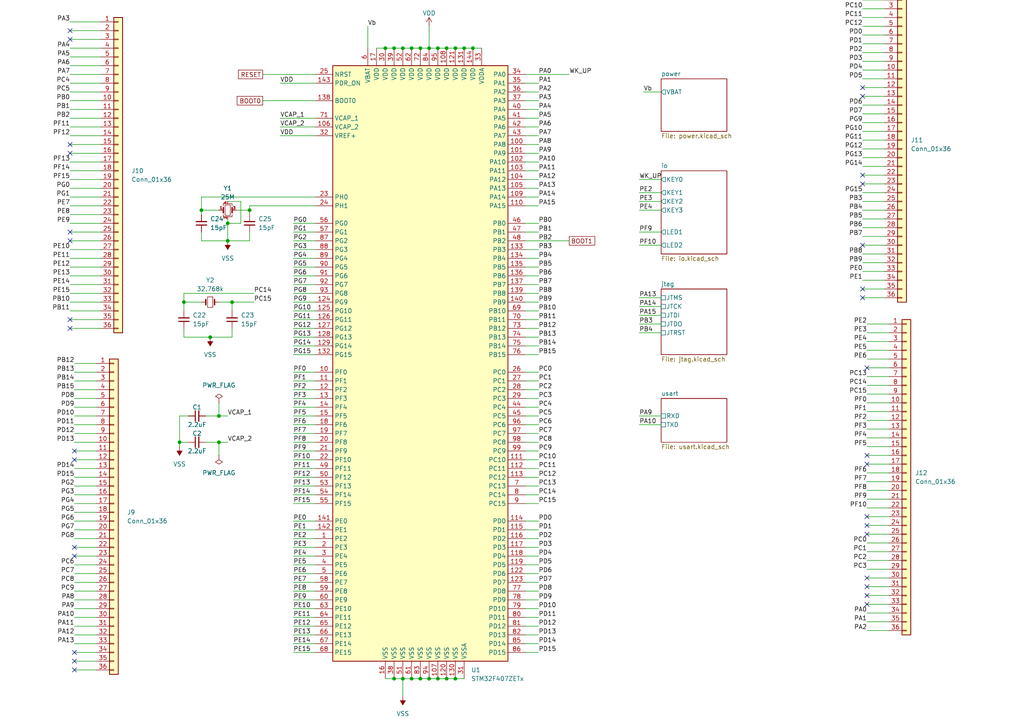
<source format=kicad_sch>
(kicad_sch (version 20211123) (generator eeschema)
  (paper "A4")
  (lib_symbols
    (symbol "Connector_Generic:Conn_01x36" (pin_names (offset 1.016) hide)
      (property "Reference" "J" (at 0 45.72 0))
      (property "Value" "Conn_01x36" (at 0 -48.26 0))
      (symbol "Conn_01x36_1_1"
        (pin passive line (at -5.08 43.18 0) (length 3.81) (name "Pin_1") (number "1"))
        (pin passive line (at -5.08 20.32 0) (length 3.81) (name "Pin_10") (number "10"))
        (pin passive line (at -5.08 17.78 0) (length 3.81) (name "Pin_11") (number "11"))
        (pin passive line (at -5.08 15.24 0) (length 3.81) (name "Pin_12") (number "12"))
        (pin passive line (at -5.08 12.7 0) (length 3.81) (name "Pin_13") (number "13"))
        (pin passive line (at -5.08 10.16 0) (length 3.81) (name "Pin_14") (number "14"))
        (pin passive line (at -5.08 7.62 0) (length 3.81) (name "Pin_15") (number "15"))
        (pin passive line (at -5.08 5.08 0) (length 3.81) (name "Pin_16") (number "16"))
        (pin passive line (at -5.08 2.54 0) (length 3.81) (name "Pin_17") (number "17"))
        (pin passive line (at -5.08 0 0) (length 3.81) (name "Pin_18") (number "18"))
        (pin passive line (at -5.08 -2.54 0) (length 3.81) (name "Pin_19") (number "19"))
        (pin passive line (at -5.08 40.64 0) (length 3.81) (name "Pin_2") (number "2"))
        (pin passive line (at -5.08 -5.08 0) (length 3.81) (name "Pin_20") (number "20"))
        (pin passive line (at -5.08 -7.62 0) (length 3.81) (name "Pin_21") (number "21"))
        (pin passive line (at -5.08 -10.16 0) (length 3.81) (name "Pin_22") (number "22"))
        (pin passive line (at -5.08 -12.7 0) (length 3.81) (name "Pin_23") (number "23"))
        (pin passive line (at -5.08 -15.24 0) (length 3.81) (name "Pin_24") (number "24"))
        (pin passive line (at -5.08 -17.78 0) (length 3.81) (name "Pin_25") (number "25"))
        (pin passive line (at -5.08 -20.32 0) (length 3.81) (name "Pin_26") (number "26"))
        (pin passive line (at -5.08 -22.86 0) (length 3.81) (name "Pin_27") (number "27"))
        (pin passive line (at -5.08 -25.4 0) (length 3.81) (name "Pin_28") (number "28"))
        (pin passive line (at -5.08 -27.94 0) (length 3.81) (name "Pin_29") (number "29"))
        (pin passive line (at -5.08 38.1 0) (length 3.81) (name "Pin_3") (number "3"))
        (pin passive line (at -5.08 -30.48 0) (length 3.81) (name "Pin_30") (number "30"))
        (pin passive line (at -5.08 -33.02 0) (length 3.81) (name "Pin_31") (number "31"))
        (pin passive line (at -5.08 -35.56 0) (length 3.81) (name "Pin_32") (number "32"))
        (pin passive line (at -5.08 -38.1 0) (length 3.81) (name "Pin_33") (number "33"))
        (pin passive line (at -5.08 -40.64 0) (length 3.81) (name "Pin_34") (number "34"))
        (pin passive line (at -5.08 -43.18 0) (length 3.81) (name "Pin_35") (number "35"))
        (pin passive line (at -5.08 -45.72 0) (length 3.81) (name "Pin_36") (number "36"))
        (pin passive line (at -5.08 35.56 0) (length 3.81) (name "Pin_4") (number "4"))
        (pin passive line (at -5.08 33.02 0) (length 3.81) (name "Pin_5") (number "5"))
        (pin passive line (at -5.08 30.48 0) (length 3.81) (name "Pin_6") (number "6"))
        (pin passive line (at -5.08 27.94 0) (length 3.81) (name "Pin_7") (number "7"))
        (pin passive line (at -5.08 25.4 0) (length 3.81) (name "Pin_8") (number "8"))
        (pin passive line (at -5.08 22.86 0) (length 3.81) (name "Pin_9") (number "9"))
      )
    )
    (symbol "Device:C_Small" (pin_numbers hide) (pin_names (offset 0.254) hide)
      (property "Reference" "C" (at 0.254 1.778 0))
      (property "Value" "C_Small" (at 0.254 -2.032 0))
      (symbol "C_Small_1_1"
        (pin passive line (at 0 2.54 270) (length 2.032) (name "~") (number "1"))
        (pin passive line (at 0 -2.54 90) (length 2.032) (name "~") (number "2"))
      )
    )
    (symbol "Device:Crystal_GND24_Small" (pin_names (offset 1.016) hide)
      (property "Reference" "Y" (at 1.27 4.445 0))
      (property "Value" "Crystal_GND24_Small" (at 1.27 2.54 0))
      (symbol "Crystal_GND24_Small_1_1"
        (pin passive line (at -2.54 0 0) (length 1.27) (name "1") (number "1"))
        (pin passive line (at 0 -2.54 90) (length 0.635) (name "2") (number "2"))
        (pin passive line (at 2.54 0 180) (length 1.27) (name "3") (number "3"))
        (pin passive line (at 0 2.54 270) (length 0.635) (name "4") (number "4"))
      )
    )
    (symbol "Device:Crystal_Small" (pin_numbers hide) (pin_names (offset 1.016) hide)
      (property "Reference" "Y" (at 0 2.54 0))
      (property "Value" "Crystal_Small" (at 0 -2.54 0))
      (symbol "Crystal_Small_1_1"
        (pin passive line (at -2.54 0 0) (length 1.27) (name "1") (number "1"))
        (pin passive line (at 2.54 0 180) (length 1.27) (name "2") (number "2"))
      )
    )
    (symbol "MCU_ST_STM32F4:STM32F407ZETx"
      (property "Reference" "U" (at -25.4 87.63 0))
      (property "Value" "STM32F407ZETx" (at 20.32 87.63 0))
      (symbol "STM32F407ZETx_1_1"
        (pin bidirectional line (at -30.48 -50.8 0) (length 5.08) (name "PE2") (number "1"))
        (pin bidirectional line (at -30.48 -2.54 0) (length 5.08) (name "PF0") (number "10"))
        (pin bidirectional line (at 30.48 63.5 180) (length 5.08) (name "PA8") (number "100"))
        (pin bidirectional line (at 30.48 60.96 180) (length 5.08) (name "PA9") (number "101"))
        (pin bidirectional line (at 30.48 58.42 180) (length 5.08) (name "PA10") (number "102"))
        (pin bidirectional line (at 30.48 55.88 180) (length 5.08) (name "PA11") (number "103"))
        (pin bidirectional line (at 30.48 53.34 180) (length 5.08) (name "PA12") (number "104"))
        (pin bidirectional line (at 30.48 50.8 180) (length 5.08) (name "PA13") (number "105"))
        (pin power_in line (at -30.48 68.58 0) (length 5.08) (name "VCAP_2") (number "106"))
        (pin power_in line (at 5.08 -91.44 90) (length 5.08) (name "VSS") (number "107"))
        (pin power_in line (at 7.62 91.44 270) (length 5.08) (name "VDD") (number "108"))
        (pin bidirectional line (at 30.48 48.26 180) (length 5.08) (name "PA14") (number "109"))
        (pin bidirectional line (at -30.48 -5.08 0) (length 5.08) (name "PF1") (number "11"))
        (pin bidirectional line (at 30.48 45.72 180) (length 5.08) (name "PA15") (number "110"))
        (pin bidirectional line (at 30.48 -27.94 180) (length 5.08) (name "PC10") (number "111"))
        (pin bidirectional line (at 30.48 -30.48 180) (length 5.08) (name "PC11") (number "112"))
        (pin bidirectional line (at 30.48 -33.02 180) (length 5.08) (name "PC12") (number "113"))
        (pin bidirectional line (at 30.48 -45.72 180) (length 5.08) (name "PD0") (number "114"))
        (pin bidirectional line (at 30.48 -48.26 180) (length 5.08) (name "PD1") (number "115"))
        (pin bidirectional line (at 30.48 -50.8 180) (length 5.08) (name "PD2") (number "116"))
        (pin bidirectional line (at 30.48 -53.34 180) (length 5.08) (name "PD3") (number "117"))
        (pin bidirectional line (at 30.48 -55.88 180) (length 5.08) (name "PD4") (number "118"))
        (pin bidirectional line (at 30.48 -58.42 180) (length 5.08) (name "PD5") (number "119"))
        (pin bidirectional line (at -30.48 -7.62 0) (length 5.08) (name "PF2") (number "12"))
        (pin power_in line (at 7.62 -91.44 90) (length 5.08) (name "VSS") (number "120"))
        (pin power_in line (at 10.16 91.44 270) (length 5.08) (name "VDD") (number "121"))
        (pin bidirectional line (at 30.48 -60.96 180) (length 5.08) (name "PD6") (number "122"))
        (pin bidirectional line (at 30.48 -63.5 180) (length 5.08) (name "PD7") (number "123"))
        (pin bidirectional line (at -30.48 17.78 0) (length 5.08) (name "PG9") (number "124"))
        (pin bidirectional line (at -30.48 15.24 0) (length 5.08) (name "PG10") (number "125"))
        (pin bidirectional line (at -30.48 12.7 0) (length 5.08) (name "PG11") (number "126"))
        (pin bidirectional line (at -30.48 10.16 0) (length 5.08) (name "PG12") (number "127"))
        (pin bidirectional line (at -30.48 7.62 0) (length 5.08) (name "PG13") (number "128"))
        (pin bidirectional line (at -30.48 5.08 0) (length 5.08) (name "PG14") (number "129"))
        (pin bidirectional line (at -30.48 -10.16 0) (length 5.08) (name "PF3") (number "13"))
        (pin power_in line (at 10.16 -91.44 90) (length 5.08) (name "VSS") (number "130"))
        (pin power_in line (at 12.7 91.44 270) (length 5.08) (name "VDD") (number "131"))
        (pin bidirectional line (at -30.48 2.54 0) (length 5.08) (name "PG15") (number "132"))
        (pin bidirectional line (at 30.48 33.02 180) (length 5.08) (name "PB3") (number "133"))
        (pin bidirectional line (at 30.48 30.48 180) (length 5.08) (name "PB4") (number "134"))
        (pin bidirectional line (at 30.48 27.94 180) (length 5.08) (name "PB5") (number "135"))
        (pin bidirectional line (at 30.48 25.4 180) (length 5.08) (name "PB6") (number "136"))
        (pin bidirectional line (at 30.48 22.86 180) (length 5.08) (name "PB7") (number "137"))
        (pin input line (at -30.48 76.2 0) (length 5.08) (name "BOOT0") (number "138"))
        (pin bidirectional line (at 30.48 20.32 180) (length 5.08) (name "PB8") (number "139"))
        (pin bidirectional line (at -30.48 -12.7 0) (length 5.08) (name "PF4") (number "14"))
        (pin bidirectional line (at 30.48 17.78 180) (length 5.08) (name "PB9") (number "140"))
        (pin bidirectional line (at -30.48 -45.72 0) (length 5.08) (name "PE0") (number "141"))
        (pin bidirectional line (at -30.48 -48.26 0) (length 5.08) (name "PE1") (number "142"))
        (pin input line (at -30.48 81.28 0) (length 5.08) (name "PDR_ON") (number "143"))
        (pin power_in line (at 15.24 91.44 270) (length 5.08) (name "VDD") (number "144"))
        (pin bidirectional line (at -30.48 -15.24 0) (length 5.08) (name "PF5") (number "15"))
        (pin power_in line (at -10.16 -91.44 90) (length 5.08) (name "VSS") (number "16"))
        (pin power_in line (at -12.7 91.44 270) (length 5.08) (name "VDD") (number "17"))
        (pin bidirectional line (at -30.48 -17.78 0) (length 5.08) (name "PF6") (number "18"))
        (pin bidirectional line (at -30.48 -20.32 0) (length 5.08) (name "PF7") (number "19"))
        (pin bidirectional line (at -30.48 -53.34 0) (length 5.08) (name "PE3") (number "2"))
        (pin bidirectional line (at -30.48 -22.86 0) (length 5.08) (name "PF8") (number "20"))
        (pin bidirectional line (at -30.48 -25.4 0) (length 5.08) (name "PF9") (number "21"))
        (pin bidirectional line (at -30.48 -27.94 0) (length 5.08) (name "PF10") (number "22"))
        (pin input line (at -30.48 48.26 0) (length 5.08) (name "PH0") (number "23"))
        (pin input line (at -30.48 45.72 0) (length 5.08) (name "PH1") (number "24"))
        (pin input line (at -30.48 83.82 0) (length 5.08) (name "NRST") (number "25"))
        (pin bidirectional line (at 30.48 -2.54 180) (length 5.08) (name "PC0") (number "26"))
        (pin bidirectional line (at 30.48 -5.08 180) (length 5.08) (name "PC1") (number "27"))
        (pin bidirectional line (at 30.48 -7.62 180) (length 5.08) (name "PC2") (number "28"))
        (pin bidirectional line (at 30.48 -10.16 180) (length 5.08) (name "PC3") (number "29"))
        (pin bidirectional line (at -30.48 -55.88 0) (length 5.08) (name "PE4") (number "3"))
        (pin power_in line (at -10.16 91.44 270) (length 5.08) (name "VDD") (number "30"))
        (pin power_in line (at 12.7 -91.44 90) (length 5.08) (name "VSSA") (number "31"))
        (pin power_in line (at -30.48 66.04 0) (length 5.08) (name "VREF+") (number "32"))
        (pin power_in line (at 17.78 91.44 270) (length 5.08) (name "VDDA") (number "33"))
        (pin bidirectional line (at 30.48 83.82 180) (length 5.08) (name "PA0") (number "34"))
        (pin bidirectional line (at 30.48 81.28 180) (length 5.08) (name "PA1") (number "35"))
        (pin bidirectional line (at 30.48 78.74 180) (length 5.08) (name "PA2") (number "36"))
        (pin bidirectional line (at 30.48 76.2 180) (length 5.08) (name "PA3") (number "37"))
        (pin power_in line (at -7.62 -91.44 90) (length 5.08) (name "VSS") (number "38"))
        (pin power_in line (at -7.62 91.44 270) (length 5.08) (name "VDD") (number "39"))
        (pin bidirectional line (at -30.48 -58.42 0) (length 5.08) (name "PE5") (number "4"))
        (pin bidirectional line (at 30.48 73.66 180) (length 5.08) (name "PA4") (number "40"))
        (pin bidirectional line (at 30.48 71.12 180) (length 5.08) (name "PA5") (number "41"))
        (pin bidirectional line (at 30.48 68.58 180) (length 5.08) (name "PA6") (number "42"))
        (pin bidirectional line (at 30.48 66.04 180) (length 5.08) (name "PA7") (number "43"))
        (pin bidirectional line (at 30.48 -12.7 180) (length 5.08) (name "PC4") (number "44"))
        (pin bidirectional line (at 30.48 -15.24 180) (length 5.08) (name "PC5") (number "45"))
        (pin bidirectional line (at 30.48 40.64 180) (length 5.08) (name "PB0") (number "46"))
        (pin bidirectional line (at 30.48 38.1 180) (length 5.08) (name "PB1") (number "47"))
        (pin bidirectional line (at 30.48 35.56 180) (length 5.08) (name "PB2") (number "48"))
        (pin bidirectional line (at -30.48 -30.48 0) (length 5.08) (name "PF11") (number "49"))
        (pin bidirectional line (at -30.48 -60.96 0) (length 5.08) (name "PE6") (number "5"))
        (pin bidirectional line (at -30.48 -33.02 0) (length 5.08) (name "PF12") (number "50"))
        (pin power_in line (at -5.08 -91.44 90) (length 5.08) (name "VSS") (number "51"))
        (pin power_in line (at -5.08 91.44 270) (length 5.08) (name "VDD") (number "52"))
        (pin bidirectional line (at -30.48 -35.56 0) (length 5.08) (name "PF13") (number "53"))
        (pin bidirectional line (at -30.48 -38.1 0) (length 5.08) (name "PF14") (number "54"))
        (pin bidirectional line (at -30.48 -40.64 0) (length 5.08) (name "PF15") (number "55"))
        (pin bidirectional line (at -30.48 40.64 0) (length 5.08) (name "PG0") (number "56"))
        (pin bidirectional line (at -30.48 38.1 0) (length 5.08) (name "PG1") (number "57"))
        (pin bidirectional line (at -30.48 -63.5 0) (length 5.08) (name "PE7") (number "58"))
        (pin bidirectional line (at -30.48 -66.04 0) (length 5.08) (name "PE8") (number "59"))
        (pin power_in line (at -15.24 91.44 270) (length 5.08) (name "VBAT") (number "6"))
        (pin bidirectional line (at -30.48 -68.58 0) (length 5.08) (name "PE9") (number "60"))
        (pin power_in line (at -2.54 -91.44 90) (length 5.08) (name "VSS") (number "61"))
        (pin power_in line (at -2.54 91.44 270) (length 5.08) (name "VDD") (number "62"))
        (pin bidirectional line (at -30.48 -71.12 0) (length 5.08) (name "PE10") (number "63"))
        (pin bidirectional line (at -30.48 -73.66 0) (length 5.08) (name "PE11") (number "64"))
        (pin bidirectional line (at -30.48 -76.2 0) (length 5.08) (name "PE12") (number "65"))
        (pin bidirectional line (at -30.48 -78.74 0) (length 5.08) (name "PE13") (number "66"))
        (pin bidirectional line (at -30.48 -81.28 0) (length 5.08) (name "PE14") (number "67"))
        (pin bidirectional line (at -30.48 -83.82 0) (length 5.08) (name "PE15") (number "68"))
        (pin bidirectional line (at 30.48 15.24 180) (length 5.08) (name "PB10") (number "69"))
        (pin bidirectional line (at 30.48 -35.56 180) (length 5.08) (name "PC13") (number "7"))
        (pin bidirectional line (at 30.48 12.7 180) (length 5.08) (name "PB11") (number "70"))
        (pin power_in line (at -30.48 71.12 0) (length 5.08) (name "VCAP_1") (number "71"))
        (pin power_in line (at 0 91.44 270) (length 5.08) (name "VDD") (number "72"))
        (pin bidirectional line (at 30.48 10.16 180) (length 5.08) (name "PB12") (number "73"))
        (pin bidirectional line (at 30.48 7.62 180) (length 5.08) (name "PB13") (number "74"))
        (pin bidirectional line (at 30.48 5.08 180) (length 5.08) (name "PB14") (number "75"))
        (pin bidirectional line (at 30.48 2.54 180) (length 5.08) (name "PB15") (number "76"))
        (pin bidirectional line (at 30.48 -66.04 180) (length 5.08) (name "PD8") (number "77"))
        (pin bidirectional line (at 30.48 -68.58 180) (length 5.08) (name "PD9") (number "78"))
        (pin bidirectional line (at 30.48 -71.12 180) (length 5.08) (name "PD10") (number "79"))
        (pin bidirectional line (at 30.48 -38.1 180) (length 5.08) (name "PC14") (number "8"))
        (pin bidirectional line (at 30.48 -73.66 180) (length 5.08) (name "PD11") (number "80"))
        (pin bidirectional line (at 30.48 -76.2 180) (length 5.08) (name "PD12") (number "81"))
        (pin bidirectional line (at 30.48 -78.74 180) (length 5.08) (name "PD13") (number "82"))
        (pin power_in line (at 0 -91.44 90) (length 5.08) (name "VSS") (number "83"))
        (pin power_in line (at 2.54 91.44 270) (length 5.08) (name "VDD") (number "84"))
        (pin bidirectional line (at 30.48 -81.28 180) (length 5.08) (name "PD14") (number "85"))
        (pin bidirectional line (at 30.48 -83.82 180) (length 5.08) (name "PD15") (number "86"))
        (pin bidirectional line (at -30.48 35.56 0) (length 5.08) (name "PG2") (number "87"))
        (pin bidirectional line (at -30.48 33.02 0) (length 5.08) (name "PG3") (number "88"))
        (pin bidirectional line (at -30.48 30.48 0) (length 5.08) (name "PG4") (number "89"))
        (pin bidirectional line (at 30.48 -40.64 180) (length 5.08) (name "PC15") (number "9"))
        (pin bidirectional line (at -30.48 27.94 0) (length 5.08) (name "PG5") (number "90"))
        (pin bidirectional line (at -30.48 25.4 0) (length 5.08) (name "PG6") (number "91"))
        (pin bidirectional line (at -30.48 22.86 0) (length 5.08) (name "PG7") (number "92"))
        (pin bidirectional line (at -30.48 20.32 0) (length 5.08) (name "PG8") (number "93"))
        (pin power_in line (at 2.54 -91.44 90) (length 5.08) (name "VSS") (number "94"))
        (pin power_in line (at 5.08 91.44 270) (length 5.08) (name "VDD") (number "95"))
        (pin bidirectional line (at 30.48 -17.78 180) (length 5.08) (name "PC6") (number "96"))
        (pin bidirectional line (at 30.48 -20.32 180) (length 5.08) (name "PC7") (number "97"))
        (pin bidirectional line (at 30.48 -22.86 180) (length 5.08) (name "PC8") (number "98"))
        (pin bidirectional line (at 30.48 -25.4 180) (length 5.08) (name "PC9") (number "99"))
      )
    )
    (symbol "power:PWR_FLAG" (power) (pin_numbers hide) (pin_names (offset 0) hide)
      (property "Value" "PWR_FLAG" (at 0 3.81 0))
      (symbol "PWR_FLAG_0_0"
        (pin power_out line (at 0 0 90) (length 0) (name "pwr") (number "1"))
      )
    )
    (symbol "power:VDD" (power) (pin_names (offset 0))
      (property "Value" "VDD" (at 0 3.81 0))
      (symbol "VDD_1_1"
        (pin power_in line (at 0 0 90) (length 0) hide (name "VDD") (number "1"))
      )
    )
    (symbol "power:VSS" (power) (pin_names (offset 0))
      (property "Value" "VSS" (at 0 3.81 0))
      (symbol "VSS_1_1"
        (pin power_in line (at 0 0 90) (length 0) hide (name "VSS") (number "1"))
      )
    )
  )
  (junction (at 129.54 196.85))
  (junction (at 116.84 196.85))
  (junction (at 132.08 13.97))
  (junction (at 114.3 196.85))
  (junction (at 58.42 60.96))
  (junction (at 53.34 87.63))
  (junction (at 63.5 128.27))
  (junction (at 134.62 13.97))
  (junction (at 67.31 87.63))
  (junction (at 121.92 13.97))
  (junction (at 124.46 196.85))
  (junction (at 60.96 97.79))
  (junction (at 66.04 64.77))
  (junction (at 137.16 13.97))
  (junction (at 66.04 69.85))
  (junction (at 52.07 128.27))
  (junction (at 124.46 13.97))
  (junction (at 129.54 13.97))
  (junction (at 121.92 196.85))
  (junction (at 132.08 196.85))
  (junction (at 127 13.97))
  (junction (at 72.39 60.96))
  (junction (at 119.38 196.85))
  (junction (at 119.38 13.97))
  (junction (at 116.84 13.97))
  (junction (at 63.5 120.65))
  (junction (at 111.76 13.97))
  (junction (at 114.3 13.97))
  (junction (at 127 196.85))
  (no_connect (at 20.32 11.43))
  (no_connect (at 21.59 161.29))
  (no_connect (at 20.32 8.89))
  (no_connect (at 20.32 69.85))
  (no_connect (at 20.32 67.31))
  (no_connect (at 21.59 158.75))
  (no_connect (at 251.46 106.68))
  (no_connect (at 251.46 132.08))
  (no_connect (at 251.46 134.62))
  (no_connect (at 20.32 41.91))
  (no_connect (at 21.59 191.77))
  (no_connect (at 21.59 194.31))
  (no_connect (at 250.19 27.94))
  (no_connect (at 250.19 25.4))
  (no_connect (at 20.32 44.45))
  (no_connect (at 20.32 95.25))
  (no_connect (at 20.32 92.71))
  (no_connect (at 250.19 86.36))
  (no_connect (at 250.19 71.12))
  (no_connect (at 250.19 50.8))
  (no_connect (at 250.19 53.34))
  (no_connect (at 250.19 83.82))
  (no_connect (at 251.46 154.94))
  (no_connect (at 251.46 175.26))
  (no_connect (at 251.46 172.72))
  (no_connect (at 251.46 170.18))
  (no_connect (at 251.46 167.64))
  (no_connect (at 251.46 152.4))
  (no_connect (at 251.46 149.86))
  (no_connect (at 21.59 133.35))
  (no_connect (at 21.59 130.81))
  (no_connect (at 21.59 189.23))
  (wire (pts (xy 21.59 107.95) (xy 27.94 107.95)))
  (wire (pts (xy 250.19 68.58) (xy 256.54 68.58)))
  (wire (pts (xy 152.4 29.21) (xy 156.21 29.21)))
  (wire (pts (xy 21.59 148.59) (xy 27.94 148.59)))
  (wire (pts (xy 152.4 36.83) (xy 156.21 36.83)))
  (wire (pts (xy 20.32 57.15) (xy 29.21 57.15)))
  (wire (pts (xy 152.4 69.85) (xy 165.1 69.85)))
  (wire (pts (xy 85.09 179.07) (xy 91.44 179.07)))
  (wire (pts (xy 85.09 85.09) (xy 91.44 85.09)))
  (wire (pts (xy 53.34 87.63) (xy 53.34 90.17)))
  (wire (pts (xy 127 13.97) (xy 129.54 13.97)))
  (wire (pts (xy 85.09 69.85) (xy 91.44 69.85)))
  (wire (pts (xy 81.28 34.29) (xy 91.44 34.29)))
  (wire (pts (xy 63.5 128.27) (xy 66.04 128.27)))
  (wire (pts (xy 185.42 55.88) (xy 191.77 55.88)))
  (wire (pts (xy 21.59 153.67) (xy 27.94 153.67)))
  (wire (pts (xy 85.09 168.91) (xy 91.44 168.91)))
  (wire (pts (xy 152.4 34.29) (xy 156.21 34.29)))
  (wire (pts (xy 85.09 80.01) (xy 91.44 80.01)))
  (wire (pts (xy 152.4 113.03) (xy 156.21 113.03)))
  (wire (pts (xy 251.46 106.68) (xy 257.81 106.68)))
  (wire (pts (xy 85.09 163.83) (xy 91.44 163.83)))
  (wire (pts (xy 20.32 52.07) (xy 29.21 52.07)))
  (wire (pts (xy 152.4 158.75) (xy 156.21 158.75)))
  (wire (pts (xy 21.59 166.37) (xy 27.94 166.37)))
  (wire (pts (xy 250.19 48.26) (xy 256.54 48.26)))
  (wire (pts (xy 21.59 128.27) (xy 27.94 128.27)))
  (wire (pts (xy 251.46 132.08) (xy 257.81 132.08)))
  (wire (pts (xy 20.32 64.77) (xy 29.21 64.77)))
  (wire (pts (xy 152.4 52.07) (xy 156.21 52.07)))
  (wire (pts (xy 250.19 33.02) (xy 256.54 33.02)))
  (wire (pts (xy 152.4 171.45) (xy 156.21 171.45)))
  (wire (pts (xy 124.46 196.85) (xy 127 196.85)))
  (wire (pts (xy 63.5 120.65) (xy 66.04 120.65)))
  (wire (pts (xy 111.76 13.97) (xy 114.3 13.97)))
  (wire (pts (xy 109.22 13.97) (xy 111.76 13.97)))
  (wire (pts (xy 20.32 8.89) (xy 29.21 8.89)))
  (wire (pts (xy 250.19 25.4) (xy 256.54 25.4)))
  (wire (pts (xy 72.39 62.23) (xy 72.39 60.96)))
  (wire (pts (xy 21.59 125.73) (xy 27.94 125.73)))
  (wire (pts (xy 152.4 140.97) (xy 156.21 140.97)))
  (wire (pts (xy 85.09 173.99) (xy 91.44 173.99)))
  (wire (pts (xy 152.4 115.57) (xy 156.21 115.57)))
  (wire (pts (xy 114.3 13.97) (xy 116.84 13.97)))
  (wire (pts (xy 186.69 26.67) (xy 191.77 26.67)))
  (wire (pts (xy 85.09 102.87) (xy 91.44 102.87)))
  (wire (pts (xy 121.92 13.97) (xy 124.46 13.97)))
  (wire (pts (xy 21.59 184.15) (xy 27.94 184.15)))
  (wire (pts (xy 21.59 161.29) (xy 27.94 161.29)))
  (wire (pts (xy 251.46 152.4) (xy 257.81 152.4)))
  (wire (pts (xy 106.68 7.62) (xy 106.68 13.97)))
  (wire (pts (xy 250.19 2.54) (xy 256.54 2.54)))
  (wire (pts (xy 67.31 87.63) (xy 73.66 87.63)))
  (wire (pts (xy 152.4 123.19) (xy 156.21 123.19)))
  (wire (pts (xy 63.5 128.27) (xy 63.5 132.08)))
  (wire (pts (xy 21.59 181.61) (xy 27.94 181.61)))
  (wire (pts (xy 20.32 36.83) (xy 29.21 36.83)))
  (wire (pts (xy 21.59 105.41) (xy 27.94 105.41)))
  (wire (pts (xy 20.32 49.53) (xy 29.21 49.53)))
  (wire (pts (xy 85.09 125.73) (xy 91.44 125.73)))
  (wire (pts (xy 21.59 118.11) (xy 27.94 118.11)))
  (wire (pts (xy 250.19 17.78) (xy 256.54 17.78)))
  (wire (pts (xy 21.59 191.77) (xy 27.94 191.77)))
  (wire (pts (xy 20.32 6.35) (xy 29.21 6.35)))
  (wire (pts (xy 85.09 130.81) (xy 91.44 130.81)))
  (wire (pts (xy 250.19 20.32) (xy 256.54 20.32)))
  (wire (pts (xy 85.09 128.27) (xy 91.44 128.27)))
  (wire (pts (xy 85.09 143.51) (xy 91.44 143.51)))
  (wire (pts (xy 85.09 138.43) (xy 91.44 138.43)))
  (wire (pts (xy 85.09 90.17) (xy 91.44 90.17)))
  (wire (pts (xy 152.4 146.05) (xy 156.21 146.05)))
  (wire (pts (xy 20.32 85.09) (xy 29.21 85.09)))
  (wire (pts (xy 21.59 135.89) (xy 27.94 135.89)))
  (wire (pts (xy 20.32 13.97) (xy 29.21 13.97)))
  (wire (pts (xy 20.32 74.93) (xy 29.21 74.93)))
  (wire (pts (xy 152.4 97.79) (xy 156.21 97.79)))
  (wire (pts (xy 152.4 95.25) (xy 156.21 95.25)))
  (wire (pts (xy 152.4 26.67) (xy 156.21 26.67)))
  (wire (pts (xy 21.59 186.69) (xy 27.94 186.69)))
  (wire (pts (xy 20.32 54.61) (xy 29.21 54.61)))
  (wire (pts (xy 21.59 115.57) (xy 27.94 115.57)))
  (wire (pts (xy 91.44 57.15) (xy 58.42 57.15)))
  (wire (pts (xy 250.19 12.7) (xy 256.54 12.7)))
  (wire (pts (xy 85.09 82.55) (xy 91.44 82.55)))
  (wire (pts (xy 250.19 38.1) (xy 256.54 38.1)))
  (wire (pts (xy 185.42 93.98) (xy 191.77 93.98)))
  (wire (pts (xy 152.4 161.29) (xy 156.21 161.29)))
  (wire (pts (xy 85.09 158.75) (xy 91.44 158.75)))
  (wire (pts (xy 85.09 123.19) (xy 91.44 123.19)))
  (wire (pts (xy 21.59 179.07) (xy 27.94 179.07)))
  (wire (pts (xy 251.46 157.48) (xy 257.81 157.48)))
  (wire (pts (xy 21.59 171.45) (xy 27.94 171.45)))
  (wire (pts (xy 21.59 143.51) (xy 27.94 143.51)))
  (wire (pts (xy 66.04 58.42) (xy 69.85 58.42)))
  (wire (pts (xy 85.09 146.05) (xy 91.44 146.05)))
  (wire (pts (xy 251.46 160.02) (xy 257.81 160.02)))
  (wire (pts (xy 20.32 72.39) (xy 29.21 72.39)))
  (wire (pts (xy 58.42 60.96) (xy 63.5 60.96)))
  (wire (pts (xy 67.31 97.79) (xy 67.31 95.25)))
  (wire (pts (xy 20.32 59.69) (xy 29.21 59.69)))
  (wire (pts (xy 251.46 129.54) (xy 257.81 129.54)))
  (wire (pts (xy 250.19 45.72) (xy 256.54 45.72)))
  (wire (pts (xy 152.4 24.13) (xy 156.21 24.13)))
  (wire (pts (xy 21.59 173.99) (xy 27.94 173.99)))
  (wire (pts (xy 21.59 113.03) (xy 27.94 113.03)))
  (wire (pts (xy 251.46 99.06) (xy 257.81 99.06)))
  (wire (pts (xy 20.32 11.43) (xy 29.21 11.43)))
  (wire (pts (xy 20.32 67.31) (xy 29.21 67.31)))
  (wire (pts (xy 121.92 196.85) (xy 124.46 196.85)))
  (wire (pts (xy 152.4 143.51) (xy 156.21 143.51)))
  (wire (pts (xy 53.34 95.25) (xy 53.34 97.79)))
  (wire (pts (xy 72.39 60.96) (xy 72.39 59.69)))
  (wire (pts (xy 58.42 69.85) (xy 66.04 69.85)))
  (wire (pts (xy 21.59 176.53) (xy 27.94 176.53)))
  (wire (pts (xy 251.46 165.1) (xy 257.81 165.1)))
  (wire (pts (xy 152.4 168.91) (xy 156.21 168.91)))
  (wire (pts (xy 60.96 97.79) (xy 67.31 97.79)))
  (wire (pts (xy 251.46 142.24) (xy 257.81 142.24)))
  (wire (pts (xy 251.46 149.86) (xy 257.81 149.86)))
  (wire (pts (xy 21.59 158.75) (xy 27.94 158.75)))
  (wire (pts (xy 52.07 128.27) (xy 52.07 129.54)))
  (wire (pts (xy 152.4 39.37) (xy 156.21 39.37)))
  (wire (pts (xy 85.09 113.03) (xy 91.44 113.03)))
  (wire (pts (xy 134.62 13.97) (xy 137.16 13.97)))
  (wire (pts (xy 85.09 133.35) (xy 91.44 133.35)))
  (wire (pts (xy 85.09 140.97) (xy 91.44 140.97)))
  (wire (pts (xy 73.66 85.09) (xy 53.34 85.09)))
  (wire (pts (xy 251.46 111.76) (xy 257.81 111.76)))
  (wire (pts (xy 20.32 82.55) (xy 29.21 82.55)))
  (wire (pts (xy 250.19 15.24) (xy 256.54 15.24)))
  (wire (pts (xy 152.4 120.65) (xy 156.21 120.65)))
  (wire (pts (xy 132.08 196.85) (xy 134.62 196.85)))
  (wire (pts (xy 21.59 146.05) (xy 27.94 146.05)))
  (wire (pts (xy 72.39 69.85) (xy 72.39 67.31)))
  (wire (pts (xy 250.19 81.28) (xy 256.54 81.28)))
  (wire (pts (xy 152.4 128.27) (xy 156.21 128.27)))
  (wire (pts (xy 250.19 58.42) (xy 256.54 58.42)))
  (wire (pts (xy 250.19 73.66) (xy 256.54 73.66)))
  (wire (pts (xy 111.76 196.85) (xy 114.3 196.85)))
  (wire (pts (xy 250.19 43.18) (xy 256.54 43.18)))
  (wire (pts (xy 20.32 39.37) (xy 29.21 39.37)))
  (wire (pts (xy 250.19 71.12) (xy 256.54 71.12)))
  (wire (pts (xy 116.84 13.97) (xy 119.38 13.97)))
  (wire (pts (xy 54.61 128.27) (xy 52.07 128.27)))
  (wire (pts (xy 85.09 118.11) (xy 91.44 118.11)))
  (wire (pts (xy 152.4 64.77) (xy 156.21 64.77)))
  (wire (pts (xy 81.28 24.13) (xy 91.44 24.13)))
  (wire (pts (xy 137.16 13.97) (xy 139.7 13.97)))
  (wire (pts (xy 85.09 74.93) (xy 91.44 74.93)))
  (wire (pts (xy 185.42 71.12) (xy 191.77 71.12)))
  (wire (pts (xy 85.09 156.21) (xy 91.44 156.21)))
  (wire (pts (xy 20.32 44.45) (xy 29.21 44.45)))
  (wire (pts (xy 152.4 173.99) (xy 156.21 173.99)))
  (wire (pts (xy 152.4 107.95) (xy 156.21 107.95)))
  (wire (pts (xy 251.46 119.38) (xy 257.81 119.38)))
  (wire (pts (xy 20.32 41.91) (xy 29.21 41.91)))
  (wire (pts (xy 20.32 69.85) (xy 29.21 69.85)))
  (wire (pts (xy 58.42 57.15) (xy 58.42 60.96)))
  (wire (pts (xy 152.4 31.75) (xy 156.21 31.75)))
  (wire (pts (xy 85.09 120.65) (xy 91.44 120.65)))
  (wire (pts (xy 251.46 93.98) (xy 257.81 93.98)))
  (wire (pts (xy 251.46 134.62) (xy 257.81 134.62)))
  (wire (pts (xy 250.19 60.96) (xy 256.54 60.96)))
  (wire (pts (xy 250.19 27.94) (xy 256.54 27.94)))
  (wire (pts (xy 21.59 133.35) (xy 27.94 133.35)))
  (wire (pts (xy 20.32 77.47) (xy 29.21 77.47)))
  (wire (pts (xy 152.4 102.87) (xy 156.21 102.87)))
  (wire (pts (xy 116.84 196.85) (xy 119.38 196.85)))
  (wire (pts (xy 85.09 107.95) (xy 91.44 107.95)))
  (wire (pts (xy 69.85 64.77) (xy 66.04 64.77)))
  (wire (pts (xy 152.4 57.15) (xy 156.21 57.15)))
  (wire (pts (xy 20.32 24.13) (xy 29.21 24.13)))
  (wire (pts (xy 152.4 92.71) (xy 156.21 92.71)))
  (wire (pts (xy 21.59 156.21) (xy 27.94 156.21)))
  (wire (pts (xy 152.4 138.43) (xy 156.21 138.43)))
  (wire (pts (xy 251.46 154.94) (xy 257.81 154.94)))
  (wire (pts (xy 250.19 10.16) (xy 256.54 10.16)))
  (wire (pts (xy 20.32 62.23) (xy 29.21 62.23)))
  (wire (pts (xy 59.69 120.65) (xy 63.5 120.65)))
  (wire (pts (xy 119.38 196.85) (xy 121.92 196.85)))
  (wire (pts (xy 152.4 100.33) (xy 156.21 100.33)))
  (wire (pts (xy 250.19 7.62) (xy 256.54 7.62)))
  (wire (pts (xy 152.4 181.61) (xy 156.21 181.61)))
  (wire (pts (xy 63.5 116.84) (xy 63.5 120.65)))
  (wire (pts (xy 152.4 74.93) (xy 156.21 74.93)))
  (wire (pts (xy 85.09 77.47) (xy 91.44 77.47)))
  (wire (pts (xy 20.32 92.71) (xy 29.21 92.71)))
  (wire (pts (xy 127 196.85) (xy 129.54 196.85)))
  (wire (pts (xy 129.54 13.97) (xy 132.08 13.97)))
  (wire (pts (xy 250.19 78.74) (xy 256.54 78.74)))
  (wire (pts (xy 251.46 180.34) (xy 257.81 180.34)))
  (wire (pts (xy 251.46 139.7) (xy 257.81 139.7)))
  (wire (pts (xy 251.46 137.16) (xy 257.81 137.16)))
  (wire (pts (xy 152.4 85.09) (xy 156.21 85.09)))
  (wire (pts (xy 185.42 86.36) (xy 191.77 86.36)))
  (wire (pts (xy 124.46 7.62) (xy 124.46 13.97)))
  (wire (pts (xy 85.09 153.67) (xy 91.44 153.67)))
  (wire (pts (xy 185.42 60.96) (xy 191.77 60.96)))
  (wire (pts (xy 250.19 86.36) (xy 256.54 86.36)))
  (wire (pts (xy 67.31 87.63) (xy 63.5 87.63)))
  (wire (pts (xy 152.4 72.39) (xy 156.21 72.39)))
  (wire (pts (xy 20.32 34.29) (xy 29.21 34.29)))
  (wire (pts (xy 251.46 172.72) (xy 257.81 172.72)))
  (wire (pts (xy 85.09 64.77) (xy 91.44 64.77)))
  (wire (pts (xy 152.4 179.07) (xy 156.21 179.07)))
  (wire (pts (xy 20.32 16.51) (xy 29.21 16.51)))
  (wire (pts (xy 251.46 104.14) (xy 257.81 104.14)))
  (wire (pts (xy 132.08 13.97) (xy 134.62 13.97)))
  (wire (pts (xy 20.32 26.67) (xy 29.21 26.67)))
  (wire (pts (xy 76.2 29.21) (xy 91.44 29.21)))
  (wire (pts (xy 85.09 161.29) (xy 91.44 161.29)))
  (wire (pts (xy 21.59 168.91) (xy 27.94 168.91)))
  (wire (pts (xy 250.19 53.34) (xy 256.54 53.34)))
  (wire (pts (xy 152.4 135.89) (xy 156.21 135.89)))
  (wire (pts (xy 251.46 144.78) (xy 257.81 144.78)))
  (wire (pts (xy 21.59 189.23) (xy 27.94 189.23)))
  (wire (pts (xy 250.19 0) (xy 256.54 0)))
  (wire (pts (xy 53.34 85.09) (xy 53.34 87.63)))
  (wire (pts (xy 21.59 194.31) (xy 27.94 194.31)))
  (wire (pts (xy 251.46 124.46) (xy 257.81 124.46)))
  (wire (pts (xy 85.09 92.71) (xy 91.44 92.71)))
  (wire (pts (xy 152.4 163.83) (xy 156.21 163.83)))
  (wire (pts (xy 250.19 55.88) (xy 256.54 55.88)))
  (wire (pts (xy 251.46 116.84) (xy 257.81 116.84)))
  (wire (pts (xy 185.42 120.65) (xy 191.77 120.65)))
  (wire (pts (xy 250.19 76.2) (xy 256.54 76.2)))
  (wire (pts (xy 81.28 39.37) (xy 91.44 39.37)))
  (wire (pts (xy 68.58 60.96) (xy 72.39 60.96)))
  (wire (pts (xy 85.09 181.61) (xy 91.44 181.61)))
  (wire (pts (xy 251.46 114.3) (xy 257.81 114.3)))
  (wire (pts (xy 21.59 163.83) (xy 27.94 163.83)))
  (wire (pts (xy 152.4 176.53) (xy 156.21 176.53)))
  (wire (pts (xy 21.59 151.13) (xy 27.94 151.13)))
  (wire (pts (xy 250.19 -2.54) (xy 256.54 -2.54)))
  (wire (pts (xy 129.54 196.85) (xy 132.08 196.85)))
  (wire (pts (xy 76.2 21.59) (xy 91.44 21.59)))
  (wire (pts (xy 152.4 156.21) (xy 156.21 156.21)))
  (wire (pts (xy 152.4 41.91) (xy 156.21 41.91)))
  (wire (pts (xy 185.42 88.9) (xy 191.77 88.9)))
  (wire (pts (xy 250.19 50.8) (xy 256.54 50.8)))
  (wire (pts (xy 114.3 196.85) (xy 116.84 196.85)))
  (wire (pts (xy 20.32 87.63) (xy 29.21 87.63)))
  (wire (pts (xy 152.4 59.69) (xy 156.21 59.69)))
  (wire (pts (xy 185.42 52.07) (xy 191.77 52.07)))
  (wire (pts (xy 58.42 87.63) (xy 53.34 87.63)))
  (wire (pts (xy 116.84 196.85) (xy 116.84 201.93)))
  (wire (pts (xy 251.46 182.88) (xy 257.81 182.88)))
  (wire (pts (xy 250.19 30.48) (xy 256.54 30.48)))
  (wire (pts (xy 85.09 67.31) (xy 91.44 67.31)))
  (wire (pts (xy 251.46 127) (xy 257.81 127)))
  (wire (pts (xy 67.31 90.17) (xy 67.31 87.63)))
  (wire (pts (xy 152.4 186.69) (xy 156.21 186.69)))
  (wire (pts (xy 251.46 162.56) (xy 257.81 162.56)))
  (wire (pts (xy 152.4 189.23) (xy 156.21 189.23)))
  (wire (pts (xy 152.4 133.35) (xy 156.21 133.35)))
  (wire (pts (xy 21.59 110.49) (xy 27.94 110.49)))
  (wire (pts (xy 185.42 123.19) (xy 191.77 123.19)))
  (wire (pts (xy 152.4 49.53) (xy 156.21 49.53)))
  (wire (pts (xy 20.32 29.21) (xy 29.21 29.21)))
  (wire (pts (xy 21.59 138.43) (xy 27.94 138.43)))
  (wire (pts (xy 21.59 120.65) (xy 27.94 120.65)))
  (wire (pts (xy 81.28 36.83) (xy 91.44 36.83)))
  (wire (pts (xy 85.09 97.79) (xy 91.44 97.79)))
  (wire (pts (xy 152.4 54.61) (xy 156.21 54.61)))
  (wire (pts (xy 250.19 40.64) (xy 256.54 40.64)))
  (wire (pts (xy 85.09 184.15) (xy 91.44 184.15)))
  (wire (pts (xy 85.09 72.39) (xy 91.44 72.39)))
  (wire (pts (xy 251.46 170.18) (xy 257.81 170.18)))
  (wire (pts (xy 85.09 151.13) (xy 91.44 151.13)))
  (wire (pts (xy 52.07 128.27) (xy 52.07 120.65)))
  (wire (pts (xy 85.09 186.69) (xy 91.44 186.69)))
  (wire (pts (xy 152.4 130.81) (xy 156.21 130.81)))
  (wire (pts (xy 58.42 67.31) (xy 58.42 69.85)))
  (wire (pts (xy 85.09 115.57) (xy 91.44 115.57)))
  (wire (pts (xy 124.46 13.97) (xy 127 13.97)))
  (wire (pts (xy 251.46 109.22) (xy 257.81 109.22)))
  (wire (pts (xy 119.38 13.97) (xy 121.92 13.97)))
  (wire (pts (xy 251.46 101.6) (xy 257.81 101.6)))
  (wire (pts (xy 152.4 46.99) (xy 156.21 46.99)))
  (wire (pts (xy 152.4 80.01) (xy 156.21 80.01)))
  (wire (pts (xy 152.4 184.15) (xy 156.21 184.15)))
  (wire (pts (xy 72.39 59.69) (xy 91.44 59.69)))
  (wire (pts (xy 185.42 67.31) (xy 191.77 67.31)))
  (wire (pts (xy 251.46 167.64) (xy 257.81 167.64)))
  (wire (pts (xy 20.32 46.99) (xy 29.21 46.99)))
  (wire (pts (xy 20.32 90.17) (xy 29.21 90.17)))
  (wire (pts (xy 152.4 87.63) (xy 156.21 87.63)))
  (wire (pts (xy 20.32 80.01) (xy 29.21 80.01)))
  (wire (pts (xy 251.46 121.92) (xy 257.81 121.92)))
  (wire (pts (xy 152.4 151.13) (xy 156.21 151.13)))
  (wire (pts (xy 251.46 96.52) (xy 257.81 96.52)))
  (wire (pts (xy 250.19 35.56) (xy 256.54 35.56)))
  (wire (pts (xy 66.04 69.85) (xy 72.39 69.85)))
  (wire (pts (xy 250.19 5.08) (xy 256.54 5.08)))
  (wire (pts (xy 58.42 60.96) (xy 58.42 62.23)))
  (wire (pts (xy 152.4 82.55) (xy 156.21 82.55)))
  (wire (pts (xy 251.46 177.8) (xy 257.81 177.8)))
  (wire (pts (xy 152.4 77.47) (xy 156.21 77.47)))
  (wire (pts (xy 185.42 91.44) (xy 191.77 91.44)))
  (wire (pts (xy 250.19 22.86) (xy 256.54 22.86)))
  (wire (pts (xy 20.32 21.59) (xy 29.21 21.59)))
  (wire (pts (xy 85.09 135.89) (xy 91.44 135.89)))
  (wire (pts (xy 250.19 66.04) (xy 256.54 66.04)))
  (wire (pts (xy 85.09 176.53) (xy 91.44 176.53)))
  (wire (pts (xy 152.4 67.31) (xy 156.21 67.31)))
  (wire (pts (xy 152.4 118.11) (xy 156.21 118.11)))
  (wire (pts (xy 20.32 31.75) (xy 29.21 31.75)))
  (wire (pts (xy 251.46 175.26) (xy 257.81 175.26)))
  (wire (pts (xy 152.4 21.59) (xy 165.1 21.59)))
  (wire (pts (xy 250.19 63.5) (xy 256.54 63.5)))
  (wire (pts (xy 152.4 125.73) (xy 156.21 125.73)))
  (wire (pts (xy 20.32 19.05) (xy 29.21 19.05)))
  (wire (pts (xy 85.09 166.37) (xy 91.44 166.37)))
  (wire (pts (xy 52.07 120.65) (xy 54.61 120.65)))
  (wire (pts (xy 250.19 83.82) (xy 256.54 83.82)))
  (wire (pts (xy 152.4 153.67) (xy 156.21 153.67)))
  (wire (pts (xy 85.09 100.33) (xy 91.44 100.33)))
  (wire (pts (xy 69.85 58.42) (xy 69.85 64.77)))
  (wire (pts (xy 85.09 171.45) (xy 91.44 171.45)))
  (wire (pts (xy 21.59 123.19) (xy 27.94 123.19)))
  (wire (pts (xy 185.42 58.42) (xy 191.77 58.42)))
  (wire (pts (xy 85.09 110.49) (xy 91.44 110.49)))
  (wire (pts (xy 152.4 110.49) (xy 156.21 110.49)))
  (wire (pts (xy 85.09 189.23) (xy 91.44 189.23)))
  (wire (pts (xy 66.04 63.5) (xy 66.04 64.77)))
  (wire (pts (xy 21.59 130.81) (xy 27.94 130.81)))
  (wire (pts (xy 85.09 95.25) (xy 91.44 95.25)))
  (wire (pts (xy 59.69 128.27) (xy 63.5 128.27)))
  (wire (pts (xy 185.42 96.52) (xy 191.77 96.52)))
  (wire (pts (xy 251.46 147.32) (xy 257.81 147.32)))
  (wire (pts (xy 85.09 87.63) (xy 91.44 87.63)))
  (wire (pts (xy 53.34 97.79) (xy 60.96 97.79)))
  (wire (pts (xy 66.04 64.77) (xy 66.04 69.85)))
  (wire (pts (xy 20.32 95.25) (xy 29.21 95.25)))
  (wire (pts (xy 152.4 166.37) (xy 156.21 166.37)))
  (wire (pts (xy 152.4 44.45) (xy 156.21 44.45)))
  (wire (pts (xy 152.4 90.17) (xy 156.21 90.17)))
  (wire (pts (xy 21.59 140.97) (xy 27.94 140.97)))
  (label "PF4" (at 251.46 127 180))
  (label "PD5" (at 250.19 22.86 180))
  (label "PG0" (at 85.09 64.77 0))
  (label "PE8" (at 20.32 62.23 180))
  (label "PG0" (at 20.32 54.61 180))
  (label "PB10" (at 156.21 90.17 0))
  (label "PD13" (at 21.59 128.27 180))
  (label "PB13" (at 21.59 107.95 180))
  (label "PD0" (at 250.19 10.16 180))
  (label "PD11" (at 156.21 179.07 0))
  (label "PC11" (at 156.21 135.89 0))
  (label "PE5" (at 251.46 101.6 180))
  (label "PC2" (at 251.46 162.56 180))
  (label "PB13" (at 156.21 97.79 0))
  (label "PB6" (at 156.21 80.01 0))
  (label "PF7" (at 85.09 125.73 0))
  (label "PE4" (at 251.46 99.06 180))
  (label "PA13" (at 21.59 186.69 180))
  (label "PE5" (at 85.09 163.83 0))
  (label "PA0" (at 156.21 21.59 0))
  (label "PE7" (at 85.09 168.91 0))
  (label "PC10" (at 250.19 2.54 180))
  (label "PG14" (at 250.19 48.26 180))
  (label "PF12" (at 85.09 138.43 0))
  (label "PC9" (at 21.59 171.45 180))
  (label "PD6" (at 156.21 166.37 0))
  (label "PA3" (at 156.21 29.21 0))
  (label "PE9" (at 20.32 64.77 180))
  (label "PE10" (at 20.32 72.39 180))
  (label "PE12" (at 20.32 77.47 180))
  (label "PE14" (at 20.32 82.55 180))
  (label "PD3" (at 156.21 158.75 0))
  (label "PA4" (at 156.21 31.75 0))
  (label "PD4" (at 250.19 20.32 180))
  (label "PD13" (at 156.21 184.15 0))
  (label "PD2" (at 156.21 156.21 0))
  (label "PG11" (at 85.09 92.71 0))
  (label "PF10" (at 251.46 147.32 180))
  (label "PF13" (at 20.32 46.99 180))
  (label "PG14" (at 85.09 100.33 0))
  (label "PB1" (at 156.21 67.31 0))
  (label "PA5" (at 156.21 34.29 0))
  (label "PB3" (at 156.21 72.39 0))
  (label "PE0" (at 85.09 151.13 0))
  (label "PE4" (at 85.09 161.29 0))
  (label "PA9" (at 185.42 120.65 0))
  (label "PA11" (at 21.59 181.61 180))
  (label "PG15" (at 85.09 102.87 0))
  (label "PB14" (at 156.21 100.33 0))
  (label "PC4" (at 156.21 118.11 0))
  (label "PG7" (at 21.59 153.67 180))
  (label "PA15" (at 250.19 0 180))
  (label "PC13" (at 156.21 140.97 0))
  (label "WK_UP" (at 165.1 21.59 0))
  (label "PD9" (at 21.59 118.11 180))
  (label "PC10" (at 156.21 133.35 0))
  (label "PG5" (at 21.59 148.59 180))
  (label "PD5" (at 156.21 163.83 0))
  (label "PA14" (at 185.42 88.9 0))
  (label "PG1" (at 20.32 57.15 180))
  (label "PF0" (at 85.09 107.95 0))
  (label "PB10" (at 20.32 87.63 180))
  (label "PB0" (at 156.21 64.77 0))
  (label "PA9" (at 156.21 44.45 0))
  (label "VDD" (at 81.28 24.13 0))
  (label "PB8" (at 156.21 85.09 0))
  (label "WK_UP" (at 185.42 52.07 0))
  (label "PB1" (at 20.32 31.75 180))
  (label "PA3" (at 20.32 6.35 180))
  (label "PE6" (at 251.46 104.14 180))
  (label "PB2" (at 20.32 34.29 180))
  (label "PE15" (at 85.09 189.23 0))
  (label "PF10" (at 185.42 71.12 0))
  (label "PB9" (at 250.19 76.2 180))
  (label "PG13" (at 250.19 45.72 180))
  (label "PF15" (at 20.32 52.07 180))
  (label "PD4" (at 156.21 161.29 0))
  (label "PB9" (at 156.21 87.63 0))
  (label "PF0" (at 251.46 116.84 180))
  (label "PB7" (at 156.21 82.55 0))
  (label "PC5" (at 156.21 120.65 0))
  (label "PD6" (at 250.19 30.48 180))
  (label "PA12" (at 156.21 52.07 0))
  (label "PD3" (at 250.19 17.78 180))
  (label "PB4" (at 185.42 96.52 0))
  (label "PE13" (at 85.09 184.15 0))
  (label "PG10" (at 85.09 90.17 0))
  (label "PC15" (at 73.66 87.63 0))
  (label "PD12" (at 21.59 125.73 180))
  (label "PB11" (at 156.21 92.71 0))
  (label "PF7" (at 251.46 139.7 180))
  (label "PD7" (at 156.21 168.91 0))
  (label "PC1" (at 251.46 160.02 180))
  (label "PE15" (at 20.32 85.09 180))
  (label "PE2" (at 251.46 93.98 180))
  (label "PG9" (at 250.19 35.56 180))
  (label "PA7" (at 20.32 21.59 180))
  (label "PB5" (at 156.21 77.47 0))
  (label "Vb" (at 106.68 7.62 0))
  (label "PD10" (at 156.21 176.53 0))
  (label "PA13" (at 156.21 54.61 0))
  (label "PE1" (at 85.09 153.67 0))
  (label "PC11" (at 250.19 5.08 180))
  (label "PA12" (at 21.59 184.15 180))
  (label "PC6" (at 156.21 123.19 0))
  (label "PC14" (at 251.46 111.76 180))
  (label "PF11" (at 20.32 36.83 180))
  (label "PC7" (at 156.21 125.73 0))
  (label "PA9" (at 21.59 176.53 180))
  (label "PC3" (at 156.21 115.57 0))
  (label "PA15" (at 185.42 91.44 0))
  (label "PC2" (at 156.21 113.03 0))
  (label "PB5" (at 250.19 63.5 180))
  (label "PA10" (at 156.21 46.99 0))
  (label "PD8" (at 156.21 171.45 0))
  (label "PD9" (at 156.21 173.99 0))
  (label "PB8" (at 250.19 73.66 180))
  (label "PD2" (at 250.19 15.24 180))
  (label "PD0" (at 156.21 151.13 0))
  (label "PA15" (at 156.21 59.69 0))
  (label "PC4" (at 20.32 24.13 180))
  (label "PC15" (at 251.46 114.3 180))
  (label "PA4" (at 20.32 13.97 180))
  (label "PD11" (at 21.59 123.19 180))
  (label "PF13" (at 85.09 140.97 0))
  (label "PF2" (at 251.46 121.92 180))
  (label "PA0" (at 251.46 177.8 180))
  (label "PC12" (at 250.19 7.62 180))
  (label "PD1" (at 156.21 153.67 0))
  (label "VCAP_1" (at 66.04 120.65 0))
  (label "PB3" (at 185.42 93.98 0))
  (label "PE11" (at 85.09 179.07 0))
  (label "PA13" (at 185.42 86.36 0))
  (label "PG4" (at 85.09 74.93 0))
  (label "PG13" (at 85.09 97.79 0))
  (label "PC12" (at 156.21 138.43 0))
  (label "PG6" (at 85.09 80.01 0))
  (label "PG2" (at 21.59 140.97 180))
  (label "PG6" (at 21.59 151.13 180))
  (label "PD10" (at 21.59 120.65 180))
  (label "PC3" (at 251.46 165.1 180))
  (label "PE3" (at 251.46 96.52 180))
  (label "PE1" (at 250.19 81.28 180))
  (label "PC15" (at 156.21 146.05 0))
  (label "PF14" (at 85.09 143.51 0))
  (label "PB12" (at 21.59 105.41 180))
  (label "PC8" (at 156.21 128.27 0))
  (label "PD12" (at 156.21 181.61 0))
  (label "Vb" (at 186.69 26.67 0))
  (label "PG9" (at 85.09 87.63 0))
  (label "PA10" (at 185.42 123.19 0))
  (label "PC13" (at 251.46 109.22 180))
  (label "PB11" (at 20.32 90.17 180))
  (label "PC9" (at 156.21 130.81 0))
  (label "PE12" (at 85.09 181.61 0))
  (label "PE9" (at 85.09 173.99 0))
  (label "PB6" (at 250.19 66.04 180))
  (label "PA10" (at 21.59 179.07 180))
  (label "PE2" (at 85.09 156.21 0))
  (label "PF6" (at 85.09 123.19 0))
  (label "PG10" (at 250.19 38.1 180))
  (label "PA5" (at 20.32 16.51 180))
  (label "PB12" (at 156.21 95.25 0))
  (label "PA2" (at 156.21 26.67 0))
  (label "PF5" (at 85.09 120.65 0))
  (label "PG7" (at 85.09 82.55 0))
  (label "PF15" (at 85.09 146.05 0))
  (label "PE2" (at 185.42 55.88 0))
  (label "PD15" (at 156.21 189.23 0))
  (label "PA7" (at 156.21 39.37 0))
  (label "PF8" (at 85.09 128.27 0))
  (label "PB15" (at 156.21 102.87 0))
  (label "PG5" (at 85.09 77.47 0))
  (label "PB7" (at 250.19 68.58 180))
  (label "PA2" (at 251.46 182.88 180))
  (label "PC5" (at 20.32 26.67 180))
  (label "PE4" (at 185.42 60.96 0))
  (label "PG12" (at 85.09 95.25 0))
  (label "PD8" (at 21.59 115.57 180))
  (label "PB14" (at 21.59 110.49 180))
  (label "PG4" (at 21.59 146.05 180))
  (label "PB15" (at 21.59 113.03 180))
  (label "PF14" (at 20.32 49.53 180))
  (label "PE6" (at 85.09 166.37 0))
  (label "PA6" (at 20.32 19.05 180))
  (label "PE8" (at 85.09 171.45 0))
  (label "PF1" (at 251.46 119.38 180))
  (label "PF5" (at 251.46 129.54 180))
  (label "PF6" (at 251.46 137.16 180))
  (label "PC6" (at 21.59 163.83 180))
  (label "PG1" (at 85.09 67.31 0))
  (label "PB4" (at 156.21 74.93 0))
  (label "PC14" (at 156.21 143.51 0))
  (label "PG2" (at 85.09 69.85 0))
  (label "PF8" (at 251.46 142.24 180))
  (label "PF4" (at 85.09 118.11 0))
  (label "PF3" (at 251.46 124.46 180))
  (label "PF9" (at 85.09 130.81 0))
  (label "PB2" (at 156.21 69.85 0))
  (label "PE0" (at 250.19 78.74 180))
  (label "PF11" (at 85.09 135.89 0))
  (label "PD14" (at 21.59 135.89 180))
  (label "PE13" (at 20.32 80.01 180))
  (label "PE10" (at 85.09 176.53 0))
  (label "PC7" (at 21.59 166.37 180))
  (label "PF3" (at 85.09 115.57 0))
  (label "PC0" (at 156.21 107.95 0))
  (label "VCAP_2" (at 81.28 36.83 0))
  (label "PF10" (at 85.09 133.35 0))
  (label "VCAP_2" (at 66.04 128.27 0))
  (label "PE3" (at 185.42 58.42 0))
  (label "VDD" (at 81.28 39.37 0))
  (label "PA6" (at 156.21 36.83 0))
  (label "PC8" (at 21.59 168.91 180))
  (label "PB0" (at 20.32 29.21 180))
  (label "PF12" (at 20.32 39.37 180))
  (label "PA11" (at 156.21 49.53 0))
  (label "PF2" (at 85.09 113.03 0))
  (label "PA14" (at 156.21 57.15 0))
  (label "PB4" (at 250.19 60.96 180))
  (label "PB3" (at 250.19 58.42 180))
  (label "PE11" (at 20.32 74.93 180))
  (label "PG3" (at 85.09 72.39 0))
  (label "PA8" (at 156.21 41.91 0))
  (label "PG11" (at 250.19 40.64 180))
  (label "PD15" (at 21.59 138.43 180))
  (label "PE3" (at 85.09 158.75 0))
  (label "PE14" (at 85.09 186.69 0))
  (label "PG3" (at 21.59 143.51 180))
  (label "PC0" (at 251.46 157.48 180))
  (label "PG8" (at 21.59 156.21 180))
  (label "PA14" (at 250.19 -2.54 180))
  (label "PD14" (at 156.21 186.69 0))
  (label "PA8" (at 21.59 173.99 180))
  (label "PE7" (at 20.32 59.69 180))
  (label "PA1" (at 251.46 180.34 180))
  (label "PF9" (at 185.42 67.31 0))
  (label "PD1" (at 250.19 12.7 180))
  (label "PF9" (at 251.46 144.78 180))
  (label "PG12" (at 250.19 43.18 180))
  (label "PD7" (at 250.19 33.02 180))
  (label "VCAP_1" (at 81.28 34.29 0))
  (label "PC14" (at 73.66 85.09 0))
  (label "PG8" (at 85.09 85.09 0))
  (label "PG15" (at 250.19 55.88 180))
  (label "PA1" (at 156.21 24.13 0))
  (label "PF1" (at 85.09 110.49 0))
  (label "PC1" (at 156.21 110.49 0))
  (global_label "BOOT0" (shape passive) (at 76.2 29.21 180) (property "Intersheet References" "${INTERSHEET_REFS}" (effects hide)))
  (global_label "BOOT1" (shape passive) (at 165.1 69.85 0) (property "Intersheet References" "${INTERSHEET_REFS}" (effects hide)))
  (global_label "RESET" (shape passive) (at 76.2 21.59 180) (property "Intersheet References" "${INTERSHEET_REFS}" (effects hide)))
  (symbol (lib_id "Device:C_Small") (at 72.39 64.77 180) (unit 1)
    (property "Reference" "C25" (at 74.93 63.4935 0) (effects (justify right)))
    (property "Value" "15pF" (at 74.93 66.0335 0) (effects (justify right)))
    (property "Footprint" "Capacitor_SMD:C_0603_1608Metric_Pad1.08x0.95mm_HandSolder" (effects hide))
  )
  (symbol (lib_id "Device:C_Small") (at 57.15 120.65 90) (unit 1)
    (property "Reference" "C1" (at 57.15 118.11 90))
    (property "Value" "2.2uF" (at 57.15 123.19 90))
    (property "Footprint" "Capacitor_SMD:C_0603_1608Metric_Pad1.08x0.95mm_HandSolder" (effects hide))
  )
  (symbol (lib_id "Connector_Generic:Conn_01x36") (at 261.62 40.64 0) (unit 1)
    (property "Reference" "J11" (at 264.16 40.6399 0) (effects (justify left)))
    (property "Value" "Conn_01x36" (at 264.16 43.1799 0) (effects (justify left)))
    (property "Footprint" "Connector_PinHeader_2.54mm:PinHeader_1x36_P2.54mm_Vertical" (effects hide))
  )
  (symbol (lib_id "MCU_ST_STM32F4:STM32F407ZETx") (at 121.92 105.41 0) (unit 1)
    (property "Reference" "U1" (at 136.6394 194.31 0) (effects (justify left)))
    (property "Value" "STM32F407ZETx" (at 136.6394 196.85 0) (effects (justify left)))
    (property "Footprint" "Package_QFP:LQFP-144_20x20mm_P0.5mm" (effects hide))
    (property "Datasheet" "http://www.st.com/st-web-ui/static/active/en/resource/technical/document/datasheet/DM00037051.pdf" (effects hide))
  )
  (symbol (lib_id "power:VDD") (at 124.46 7.62 0) (unit 1)
    (property "Reference" "#PWR03" (effects hide))
    (property "Value" "VDD" (at 124.46 3.81 0))
  )
  (symbol (lib_id "Connector_Generic:Conn_01x36") (at 262.89 137.16 0) (unit 1)
    (property "Reference" "J12" (at 265.43 137.1599 0) (effects (justify left)))
    (property "Value" "Conn_01x36" (at 265.43 139.6999 0) (effects (justify left)))
    (property "Footprint" "Connector_PinHeader_2.54mm:PinHeader_1x36_P2.54mm_Vertical" (effects hide))
  )
  (symbol (lib_id "power:VSS") (at 52.07 129.54 0) (mirror x) (unit 1)
    (property "Reference" "#PWR01" (effects hide))
    (property "Value" "VSS" (at 52.07 134.62 0))
  )
  (symbol (lib_id "Device:C_Small") (at 57.15 128.27 90) (unit 1)
    (property "Reference" "C2" (at 57.15 125.73 90))
    (property "Value" "2.2uF" (at 57.15 130.81 90))
    (property "Footprint" "Capacitor_SMD:C_0603_1608Metric_Pad1.08x0.95mm_HandSolder" (effects hide))
  )
  (symbol (lib_id "power:PWR_FLAG") (at 63.5 116.84 0) (unit 1)
    (property "Reference" "#FLG02" (effects hide))
    (property "Value" "PWR_FLAG" (at 63.5 111.76 0))
  )
  (symbol (lib_id "Device:Crystal_GND24_Small") (at 66.04 60.96 0) (unit 1)
    (property "Reference" "Y1" (at 66.04 54.61 0))
    (property "Value" "25M" (at 66.04 57.15 0))
    (property "Footprint" "Crystal:Crystal_SMD_3225-4Pin_3.2x2.5mm_HandSoldering" (effects hide))
  )
  (symbol (lib_id "Device:C_Small") (at 67.31 92.71 180) (unit 1)
    (property "Reference" "C23" (at 69.85 91.4335 0) (effects (justify right)))
    (property "Value" "15pF" (at 69.85 93.9735 0) (effects (justify right)))
    (property "Footprint" "Capacitor_SMD:C_0603_1608Metric_Pad1.08x0.95mm_HandSolder" (effects hide))
  )
  (symbol (lib_id "Device:C_Small") (at 58.42 64.77 180) (unit 1)
    (property "Reference" "C24" (at 60.96 63.4935 0) (effects (justify right)))
    (property "Value" "15pF" (at 60.96 66.0335 0) (effects (justify right)))
    (property "Footprint" "Capacitor_SMD:C_0603_1608Metric_Pad1.08x0.95mm_HandSolder" (effects hide))
  )
  (symbol (lib_id "Device:C_Small") (at 53.34 92.71 180) (unit 1)
    (property "Reference" "C22" (at 55.88 91.4335 0) (effects (justify right)))
    (property "Value" "15pF" (at 55.88 93.9735 0) (effects (justify right)))
    (property "Footprint" "Capacitor_SMD:C_0603_1608Metric_Pad1.08x0.95mm_HandSolder" (effects hide))
  )
  (symbol (lib_id "power:PWR_FLAG") (at 63.5 132.08 0) (mirror x) (unit 1)
    (property "Reference" "#FLG03" (effects hide))
    (property "Value" "PWR_FLAG" (at 63.5 137.16 0))
  )
  (symbol (lib_id "power:VSS") (at 66.04 69.85 0) (mirror x) (unit 1)
    (property "Reference" "#PWR027" (effects hide))
    (property "Value" "VSS" (at 66.04 74.93 0))
  )
  (symbol (lib_id "Connector_Generic:Conn_01x36") (at 33.02 148.59 0) (unit 1)
    (property "Reference" "J9" (at 36.83 148.5899 0) (effects (justify left)))
    (property "Value" "Conn_01x36" (at 36.83 151.1299 0) (effects (justify left)))
    (property "Footprint" "Connector_PinHeader_2.54mm:PinHeader_1x36_P2.54mm_Vertical" (effects hide))
  )
  (symbol (lib_id "power:VSS") (at 60.96 97.79 0) (mirror x) (unit 1)
    (property "Reference" "#PWR026" (effects hide))
    (property "Value" "VSS" (at 60.96 102.87 0))
  )
  (symbol (lib_id "Connector_Generic:Conn_01x36") (at 34.29 49.53 0) (unit 1)
    (property "Reference" "J10" (at 38.1 49.5299 0) (effects (justify left)))
    (property "Value" "Conn_01x36" (at 38.1 52.0699 0) (effects (justify left)))
    (property "Footprint" "Connector_PinHeader_2.54mm:PinHeader_1x36_P2.54mm_Vertical" (effects hide))
  )
  (symbol (lib_id "power:VSS") (at 116.84 201.93 0) (mirror x) (unit 1)
    (property "Reference" "#PWR02" (effects hide))
    (property "Value" "VSS" (at 116.84 207.01 0))
  )
  (symbol (lib_id "Device:Crystal_Small") (at 60.96 87.63 0) (unit 1)
    (property "Reference" "Y2" (at 60.96 81.28 0))
    (property "Value" "32.768k" (at 60.96 83.82 0))
    (property "Footprint" "Crystal:Crystal_SMD_3215-2Pin_3.2x1.5mm" (effects hide))
  )
  (sheet (at 191.77 115.57) (size 19.05 12.7) (stroke (width 0.1524))
    (property "Sheet name" "usart" (at 191.77 114.8584 0) (effects (justify left bottom)))
    (property "Sheet file" "usart.kicad_sch" (at 191.77 128.8546 0) (effects (justify left top)))
    (pin "TXD" passive (at 191.77 123.19 180))
    (pin "RXD" passive (at 191.77 120.65 180))
  )
  (sheet (at 191.77 49.53) (size 19.05 24.13) (stroke (width 0.1524))
    (property "Sheet name" "io" (at 191.77 48.8184 0) (effects (justify left bottom)))
    (property "Sheet file" "io.kicad_sch" (at 191.77 74.2446 0) (effects (justify left top)))
    (pin "LED1" output (at 191.77 67.31 180))
    (pin "LED2" output (at 191.77 71.12 180))
    (pin "KEY2" output (at 191.77 58.42 180))
    (pin "KEY3" output (at 191.77 60.96 180))
    (pin "KEY1" output (at 191.77 55.88 180))
    (pin "KEY0" output (at 191.77 52.07 180))
  )
  (sheet (at 191.77 83.82) (size 19.05 19.05) (stroke (width 0.1524))
    (property "Sheet name" "jtag" (at 191.77 83.1084 0) (effects (justify left bottom)))
    (property "Sheet file" "jtag.kicad_sch" (at 191.77 103.4546 0) (effects (justify left top)))
    (pin "JTMS" passive (at 191.77 86.36 180))
    (pin "JTCK" passive (at 191.77 88.9 180))
    (pin "JTRST" passive (at 191.77 96.52 180))
    (pin "JTDI" passive (at 191.77 91.44 180))
    (pin "JTDO" passive (at 191.77 93.98 180))
  )
  (sheet (at 191.77 22.86) (size 19.05 15.24) (stroke (width 0.1524))
    (property "Sheet name" "power" (at 191.77 22.1484 0) (effects (justify left bottom)))
    (property "Sheet file" "power.kicad_sch" (at 191.77 38.6846 0) (effects (justify left top)))
    (pin "VBAT" output (at 191.77 26.67 180))
  )
)
</source>
